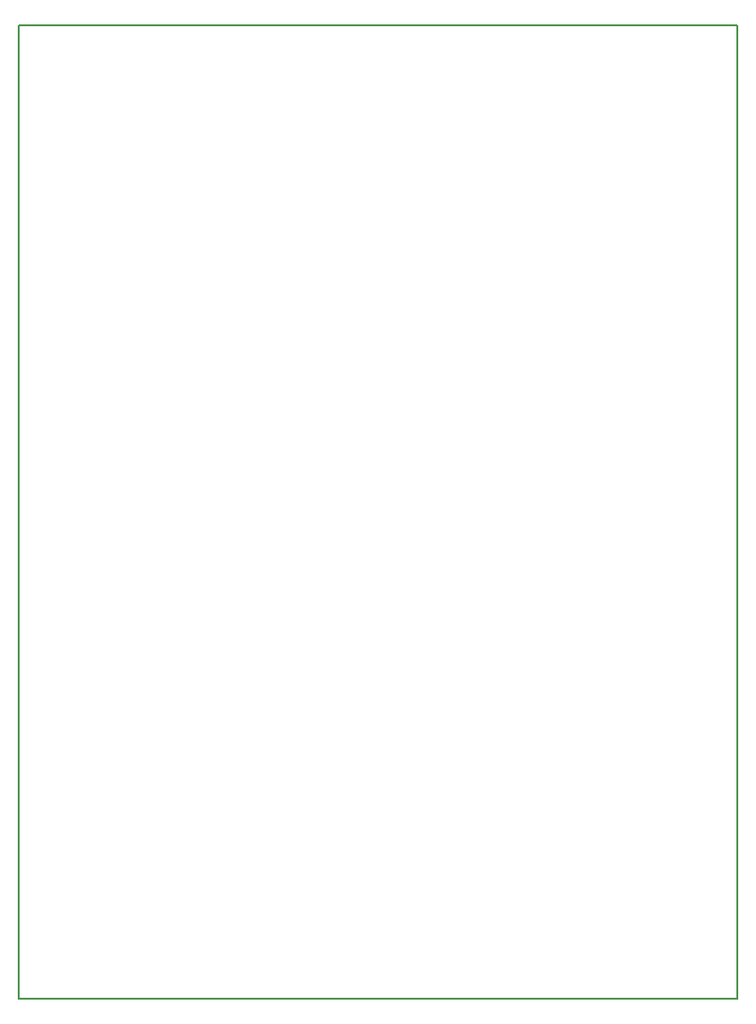
<source format=gm1>
G04 #@! TF.FileFunction,Profile,NP*
%FSLAX46Y46*%
G04 Gerber Fmt 4.6, Leading zero omitted, Abs format (unit mm)*
G04 Created by KiCad (PCBNEW 4.0.7) date 04/10/18 20:36:44*
%MOMM*%
%LPD*%
G01*
G04 APERTURE LIST*
%ADD10C,0.100000*%
%ADD11C,0.150000*%
G04 APERTURE END LIST*
D10*
D11*
X58000000Y-57000000D02*
X58000000Y-145000000D01*
X123000000Y-57000000D02*
X58000000Y-57000000D01*
X123000000Y-145000000D02*
X123000000Y-57000000D01*
X58000000Y-145000000D02*
X123000000Y-145000000D01*
M02*

</source>
